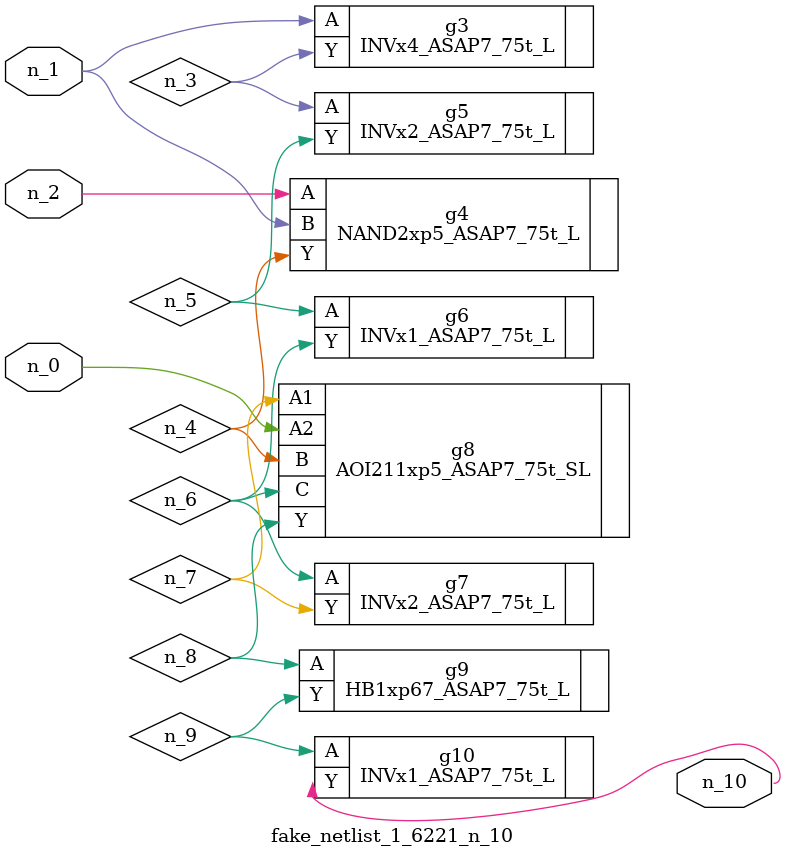
<source format=v>
module fake_netlist_1_6221_n_10 (n_1, n_2, n_0, n_10);
input n_1;
input n_2;
input n_0;
output n_10;
wire n_6;
wire n_4;
wire n_3;
wire n_9;
wire n_5;
wire n_7;
wire n_8;
INVx4_ASAP7_75t_L g3 ( .A(n_1), .Y(n_3) );
NAND2xp5_ASAP7_75t_L g4 ( .A(n_2), .B(n_1), .Y(n_4) );
INVx2_ASAP7_75t_L g5 ( .A(n_3), .Y(n_5) );
INVx1_ASAP7_75t_L g6 ( .A(n_5), .Y(n_6) );
INVx2_ASAP7_75t_L g7 ( .A(n_6), .Y(n_7) );
AOI211xp5_ASAP7_75t_SL g8 ( .A1(n_7), .A2(n_0), .B(n_4), .C(n_6), .Y(n_8) );
HB1xp67_ASAP7_75t_L g9 ( .A(n_8), .Y(n_9) );
INVx1_ASAP7_75t_L g10 ( .A(n_9), .Y(n_10) );
endmodule
</source>
